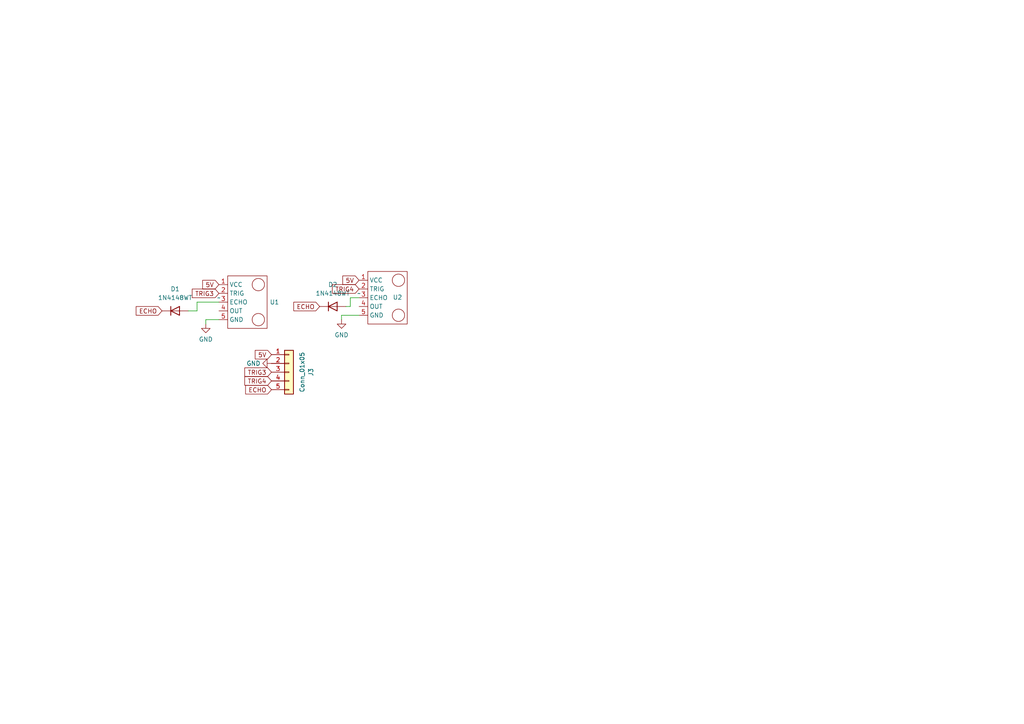
<source format=kicad_sch>
(kicad_sch (version 20231120) (generator "eeschema") (generator_version "8.0")
  (paper "A4")
  (lib_symbols
    (symbol "Connector_Generic:Conn_01x05" (pin_names (offset 1.016) hide)
      (property "Reference" "J" (at 0 7.62 0))
      (property "Value" "Conn_01x05" (at 0 -7.62 0))
      (symbol "Conn_01x05_1_1"
        (rectangle (start -1.27 -4.953) (end 0 -5.207) (stroke (width 0.1524)))
        (rectangle (start -1.27 -2.413) (end 0 -2.667) (stroke (width 0.1524)))
        (rectangle (start -1.27 0.127) (end 0 -0.127) (stroke (width 0.1524)))
        (rectangle (start -1.27 2.667) (end 0 2.413) (stroke (width 0.1524)))
        (rectangle (start -1.27 5.207) (end 0 4.953) (stroke (width 0.1524)))
        (rectangle (start -1.27 6.35) (end 1.27 -6.35) (stroke (width 0.254)) (fill (type background)))
        (pin passive line (at -5.08 5.08 0) (length 3.81) (name "Pin_1") (number "1"))
        (pin passive line (at -5.08 2.54 0) (length 3.81) (name "Pin_2") (number "2"))
        (pin passive line (at -5.08 0 0) (length 3.81) (name "Pin_3") (number "3"))
        (pin passive line (at -5.08 -2.54 0) (length 3.81) (name "Pin_4") (number "4"))
        (pin passive line (at -5.08 -5.08 0) (length 3.81) (name "Pin_5") (number "5"))
      )
    )
    (symbol "Diode:1N4148WT" (pin_numbers hide) (pin_names hide)
      (property "Reference" "D" (at 0 2.54 0))
      (property "Value" "1N4148WT" (at 0 -2.54 0))
      (symbol "1N4148WT_0_1"
        (polyline (pts (xy -1.27 1.27) (xy -1.27 -1.27)) (stroke (width 0.254)))
        (polyline (pts (xy 1.27 0) (xy -1.27 0)))
        (polyline (pts (xy 1.27 1.27) (xy 1.27 -1.27) (xy -1.27 0) (xy 1.27 1.27)) (stroke (width 0.254)))
      )
      (symbol "1N4148WT_1_1"
        (pin passive line (at -3.81 0 0) (length 2.54) (name "K") (number "1"))
        (pin passive line (at 3.81 0 180) (length 2.54) (name "A") (number "2"))
      )
    )
    (symbol "UltrasonicSensor:UltrasonicSensor"
      (property "Reference" "U" (at 10.16 0 0))
      (symbol "UltrasonicSensor_0_1"
        (rectangle (start 2.54 7.62) (end 13.97 -7.62))
        (circle (center 11.43 -5.08) (radius 1.7961))
        (circle (center 11.43 5.08) (radius 1.7961))
      )
      (symbol "UltrasonicSensor_1_1"
        (pin input line (at 0 5.08 0) (length 2.54) (name "VCC") (number "1"))
        (pin input line (at 0 2.54 0) (length 2.54) (name "TRIG") (number "2"))
        (pin input line (at 0 0 0) (length 2.54) (name "ECHO") (number "3"))
        (pin input line (at 0 -2.54 0) (length 2.54) (name "OUT") (number "4"))
        (pin input line (at 0 -5.08 0) (length 2.54) (name "GND") (number "5"))
      )
    )
    (symbol "power:GND" (power) (pin_names (offset 0))
      (property "Value" "GND" (at 0 -3.81 0))
      (symbol "GND_0_1"
        (polyline (pts (xy 0 0) (xy 0 -1.27) (xy 1.27 -1.27) (xy 0 -2.54) (xy -1.27 -1.27) (xy 0 -1.27)))
      )
      (symbol "GND_1_1"
        (pin power_in line (at 0 0 270) (length 0) hide (name "GND") (number "1"))
      )
    )
  )
  (wire (pts (xy 99.06 91.44) (xy 104.14 91.44)))
  (wire (pts (xy 99.06 92.71) (xy 99.06 91.44)))
  (wire (pts (xy 101.6 86.36) (xy 104.14 86.36)))
  (wire (pts (xy 100.33 88.9) (xy 101.6 88.9)))
  (wire (pts (xy 101.6 88.9) (xy 101.6 86.36)))
  (wire (pts (xy 59.69 93.98) (xy 59.69 92.71)))
  (wire (pts (xy 57.15 90.17) (xy 57.15 87.63)))
  (wire (pts (xy 54.61 90.17) (xy 57.15 90.17)))
  (wire (pts (xy 59.69 92.71) (xy 63.5 92.71)))
  (wire (pts (xy 57.15 87.63) (xy 63.5 87.63)))
  (global_label "TRIG4" (shape input) (at 104.14 83.82 180) (property "Intersheetrefs" "${INTERSHEET_REFS}" (effects (hide yes))))
  (global_label "ECHO" (shape input) (at 46.99 90.17 180) (property "Intersheetrefs" "${INTERSHEET_REFS}" (effects (hide yes))))
  (global_label "5V" (shape input) (at 63.5 82.55 180) (property "Intersheetrefs" "${INTERSHEET_REFS}" (effects (hide yes))))
  (global_label "TRIG3" (shape input) (at 63.5 85.09 180) (property "Intersheetrefs" "${INTERSHEET_REFS}" (effects (hide yes))))
  (global_label "5V" (shape input) (at 104.14 81.28 180) (property "Intersheetrefs" "${INTERSHEET_REFS}" (effects (hide yes))))
  (global_label "TRIG3" (shape input) (at 78.74 107.95 180) (property "Intersheetrefs" "${INTERSHEET_REFS}" (effects (hide yes))))
  (global_label "TRIG4" (shape input) (at 78.74 110.49 180) (property "Intersheetrefs" "${INTERSHEET_REFS}" (effects (hide yes))))
  (global_label "ECHO" (shape input) (at 92.71 88.9 180) (property "Intersheetrefs" "${INTERSHEET_REFS}" (effects (hide yes))))
  (global_label "5V" (shape input) (at 78.74 102.87 180) (property "Intersheetrefs" "${INTERSHEET_REFS}" (effects (hide yes))))
  (global_label "ECHO" (shape input) (at 78.74 113.03 180) (property "Intersheetrefs" "${INTERSHEET_REFS}" (effects (hide yes))))
  (symbol (lib_id "power:GND") (at 78.74 105.41 270) (unit 1)
    (property "Reference" "#PWR01" (effects (hide yes)))
    (property "Value" "GND" (at 75.565 105.41 90) (effects (justify right)))
  )
  (symbol (lib_id "UltrasonicSensor:UltrasonicSensor") (at 104.14 86.36 0) (unit 1)
    (property "Reference" "U2" (at 113.919 86.233 0) (effects (justify left)))
    (property "Value" "~" (at 104.14 85.09 0))
    (property "Footprint" "Connector_PinHeader_2.54mm:PinHeader_1x05_P2.54mm_Vertical" (effects (hide yes)))
  )
  (symbol (lib_id "Diode:1N4148WT") (at 50.8 90.17 0) (unit 1)
    (property "Reference" "D1" (at 50.8 83.82 0))
    (property "Value" "1N4148WT" (at 50.8 86.36 0))
    (property "Footprint" "Diode_SMD:D_SOD-123" (effects (hide yes)))
    (property "Datasheet" "https://www.diodes.com/assets/Datasheets/ds30396.pdf" (effects (hide yes)))
    (property "Description" "75V 0.15A Fast switching Diode, SOD-523" (effects (hide yes)))
    (property "Sim.Device" "D" (effects (hide yes)))
    (property "Sim.Pins" "1=K 2=A" (effects (hide yes)))
  )
  (symbol (lib_id "power:GND") (at 59.69 93.98 0) (unit 1)
    (property "Reference" "#PWR02" (effects (hide yes)))
    (property "Value" "GND" (at 59.69 98.425 0))
  )
  (symbol (lib_id "power:GND") (at 99.06 92.71 0) (unit 1)
    (property "Reference" "#PWR03" (effects (hide yes)))
    (property "Value" "GND" (at 99.06 97.155 0))
  )
  (symbol (lib_id "Connector_Generic:Conn_01x05") (at 83.82 107.95 0) (unit 1)
    (property "Reference" "J3" (at 90.17 107.95 90))
    (property "Value" "Conn_01x05" (at 87.63 107.95 90))
    (property "Footprint" "Connector_JST:JST_XH_B5B-XH-A_1x05_P2.50mm_Vertical" (effects (hide yes)))
    (property "Description" "Generic connector, single row, 01x05, script generated (kicad-library-utils/schlib/autogen/connector/)" (effects (hide yes)))
  )
  (symbol (lib_id "Diode:1N4148WT") (at 96.52 88.9 0) (unit 1)
    (property "Reference" "D2" (at 96.52 82.55 0))
    (property "Value" "1N4148WT" (at 96.52 85.09 0))
    (property "Footprint" "Diode_SMD:D_SOD-123" (effects (hide yes)))
    (property "Datasheet" "https://www.diodes.com/assets/Datasheets/ds30396.pdf" (effects (hide yes)))
    (property "Description" "75V 0.15A Fast switching Diode, SOD-523" (effects (hide yes)))
    (property "Sim.Device" "D" (effects (hide yes)))
    (property "Sim.Pins" "1=K 2=A" (effects (hide yes)))
  )
  (symbol (lib_id "UltrasonicSensor:UltrasonicSensor") (at 63.5 87.63 0) (unit 1)
    (property "Reference" "U1" (at 78.232 87.63 0) (effects (justify left)))
    (property "Value" "~" (at 63.5 86.36 0))
    (property "Footprint" "Connector_PinHeader_2.54mm:PinHeader_1x05_P2.54mm_Vertical" (effects (hide yes)))
  )
)
</source>
